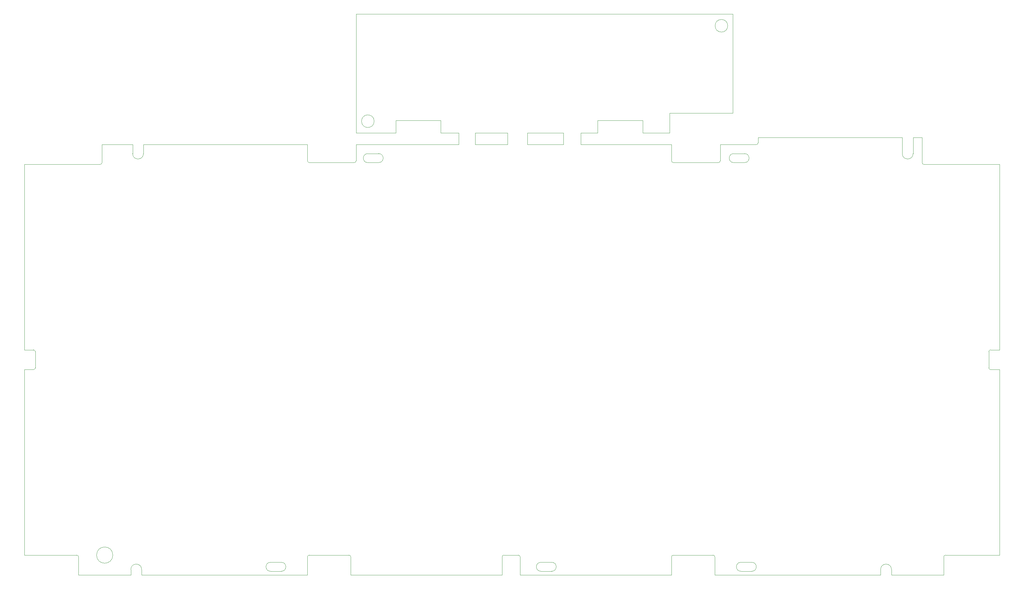
<source format=gbr>
%TF.GenerationSoftware,KiCad,Pcbnew,8.0.2*%
%TF.CreationDate,2024-05-05T23:04:00-07:00*%
%TF.ProjectId,g84_dropin,6738345f-6472-46f7-9069-6e2e6b696361,rev?*%
%TF.SameCoordinates,Original*%
%TF.FileFunction,Profile,NP*%
%FSLAX46Y46*%
G04 Gerber Fmt 4.6, Leading zero omitted, Abs format (unit mm)*
G04 Created by KiCad (PCBNEW 8.0.2) date 2024-05-05 23:04:00*
%MOMM*%
%LPD*%
G01*
G04 APERTURE LIST*
%TA.AperFunction,Profile*%
%ADD10C,0.050000*%
%TD*%
G04 APERTURE END LIST*
D10*
X305500000Y-205250000D02*
G75*
G02*
X306000000Y-204750000I500000J0D01*
G01*
X65000000Y-204750000D02*
G75*
G02*
X65500000Y-205250000I0J-500000D01*
G01*
X254000000Y-90250000D02*
G75*
G02*
X253500000Y-90750000I-500000J0D01*
G01*
X187500000Y-204750000D02*
G75*
G02*
X188000000Y-205250000I0J-500000D01*
G01*
X183000000Y-205250000D02*
G75*
G02*
X183500000Y-204750000I500000J0D01*
G01*
X241500000Y-204750000D02*
G75*
G02*
X242000000Y-205250000I0J-500000D01*
G01*
X230000000Y-205250000D02*
G75*
G02*
X230500000Y-204750000I500001J-1D01*
G01*
X242000000Y-205250000D02*
X242000000Y-210250000D01*
X230500000Y-204750000D02*
X241500000Y-204750000D01*
X230000000Y-210250000D02*
X230000000Y-205250000D01*
X140500000Y-204750000D02*
G75*
G02*
X141000000Y-205250000I0J-500000D01*
G01*
X129000000Y-205250000D02*
G75*
G02*
X129500000Y-204750000I500000J0D01*
G01*
X318500000Y-153250000D02*
G75*
G02*
X318000000Y-152750000I1J500001D01*
G01*
X318000000Y-148250000D02*
G75*
G02*
X318500000Y-147750000I500001J-1D01*
G01*
X318500000Y-153250000D02*
X321000000Y-153250000D01*
X318000000Y-152750000D02*
X318000000Y-148250000D01*
X318500000Y-147750000D02*
X321000000Y-147750000D01*
X53000000Y-147750000D02*
G75*
G02*
X53500000Y-148250000I0J-500000D01*
G01*
X243500000Y-95250000D02*
G75*
G02*
X243000000Y-95750000I-500001J1D01*
G01*
X230500000Y-95750000D02*
G75*
G02*
X230000000Y-95250000I1J500001D01*
G01*
X243500000Y-95250000D02*
X243500000Y-90750000D01*
X230000000Y-90750000D02*
X230000000Y-95250000D01*
X230500000Y-95750000D02*
X243000000Y-95750000D01*
X142500000Y-95250000D02*
G75*
G02*
X142000000Y-95750000I-500001J1D01*
G01*
X129500000Y-95750000D02*
G75*
G02*
X129000000Y-95250000I1J500001D01*
G01*
X72000000Y-95750000D02*
G75*
G02*
X71500000Y-96250000I-500001J1D01*
G01*
X300000000Y-96250000D02*
G75*
G02*
X299500000Y-95750000I0J500000D01*
G01*
X80000000Y-208750000D02*
G75*
G02*
X83000000Y-208750000I1500000J0D01*
G01*
X288000000Y-208750000D02*
G75*
G02*
X291000000Y-208750000I1500000J0D01*
G01*
X297000000Y-93250000D02*
G75*
G02*
X294000000Y-93250000I-1500000J0D01*
G01*
X249250000Y-209250000D02*
X252250000Y-209250000D01*
X249250000Y-206750000D02*
X252250000Y-206750000D01*
X252250000Y-206750000D02*
G75*
G02*
X252250000Y-209250000I0J-1250000D01*
G01*
X249250000Y-209250000D02*
G75*
G02*
X249250000Y-206750000I0J1250000D01*
G01*
X193750000Y-209250000D02*
X196750000Y-209250000D01*
X193750000Y-206750000D02*
X196750000Y-206750000D01*
X196750000Y-206750000D02*
G75*
G02*
X196750000Y-209250000I0J-1250000D01*
G01*
X193750000Y-209250000D02*
G75*
G02*
X193750000Y-206750000I0J1250000D01*
G01*
X118750000Y-209250000D02*
X121750000Y-209250000D01*
X118750000Y-206750000D02*
X121750000Y-206750000D01*
X121750000Y-206750000D02*
G75*
G02*
X121750000Y-209250000I0J-1250000D01*
G01*
X118750000Y-209250000D02*
G75*
G02*
X118750000Y-206750000I0J1250000D01*
G01*
X247250000Y-95750000D02*
X250250000Y-95750000D01*
X247250000Y-93250000D02*
X250250000Y-93250000D01*
X250250000Y-93250000D02*
G75*
G02*
X250250000Y-95750000I0J-1250000D01*
G01*
X247250000Y-95750000D02*
G75*
G02*
X247250000Y-93250000I0J1250000D01*
G01*
X145750000Y-95750000D02*
X148750000Y-95750000D01*
X145750000Y-93250000D02*
X148750000Y-93250000D01*
X148750000Y-93250000D02*
G75*
G02*
X148750000Y-95750000I0J-1250000D01*
G01*
X145750000Y-95750000D02*
G75*
G02*
X145750000Y-93250000I0J1250000D01*
G01*
X83500000Y-93250000D02*
G75*
G02*
X80500000Y-93250000I-1500000J0D01*
G01*
X147500000Y-84250000D02*
G75*
G02*
X144000000Y-84250000I-1750000J0D01*
G01*
X144000000Y-84250000D02*
G75*
G02*
X147500000Y-84250000I1750000J0D01*
G01*
X245580000Y-57750000D02*
G75*
G02*
X242080000Y-57750000I-1750000J0D01*
G01*
X242080000Y-57750000D02*
G75*
G02*
X245580000Y-57750000I1750000J0D01*
G01*
X80000000Y-210250000D02*
X80000000Y-208750000D01*
X247000000Y-54500000D02*
X142500000Y-54500000D01*
X200000000Y-87500000D02*
X200000000Y-90750000D01*
X190000000Y-90750000D02*
X200000000Y-90750000D01*
X183500000Y-204750000D02*
X187500000Y-204750000D01*
X299500000Y-88750000D02*
X299500000Y-95750000D01*
X204830000Y-87500000D02*
X209500000Y-87500000D01*
X142500000Y-87500000D02*
X153500000Y-87500000D01*
X53000000Y-153250000D02*
X50500000Y-153250000D01*
X242000000Y-210250000D02*
X288000000Y-210250000D01*
X254000000Y-88750000D02*
X294000000Y-88750000D01*
X80500000Y-90750000D02*
X80500000Y-93250000D01*
X50500000Y-153250000D02*
X50500000Y-204750000D01*
X65500000Y-210250000D02*
X80000000Y-210250000D01*
X129500000Y-95750000D02*
X142000000Y-95750000D01*
X65000000Y-204750000D02*
X50500000Y-204750000D01*
X247000000Y-82000000D02*
X247000000Y-54500000D01*
X129000000Y-210250000D02*
X129000000Y-205250000D01*
X166000000Y-84000000D02*
X166000000Y-87500000D01*
X300000000Y-96250000D02*
X321000000Y-96250000D01*
X321000000Y-147750000D02*
X321000000Y-96250000D01*
X50500000Y-96250000D02*
X71500000Y-96250000D01*
X72000000Y-90750000D02*
X80500000Y-90750000D01*
X129500000Y-204750000D02*
X140500000Y-204750000D01*
X129000000Y-90750000D02*
X129000000Y-95250000D01*
X83500000Y-93250000D02*
X83500000Y-90750000D01*
X171000000Y-90750000D02*
X142500000Y-90750000D01*
X83000000Y-210250000D02*
X129000000Y-210250000D01*
X83500000Y-90750000D02*
X129000000Y-90750000D01*
X141000000Y-205250000D02*
X141000000Y-210250000D01*
X83000000Y-208750000D02*
X83000000Y-210250000D01*
X297000000Y-88750000D02*
X299500000Y-88750000D01*
X297000000Y-93250000D02*
X297000000Y-88750000D01*
X243500000Y-90750000D02*
X253500000Y-90750000D01*
X175500000Y-90750000D02*
X184500000Y-90750000D01*
X305500000Y-205250000D02*
X305500000Y-210250000D01*
X188000000Y-210250000D02*
X230000000Y-210250000D01*
X175500000Y-87500000D02*
X184500000Y-87500000D01*
X291000000Y-208750000D02*
X291000000Y-210250000D01*
X294000000Y-88750000D02*
X294000000Y-93250000D01*
X171000000Y-87500000D02*
X171000000Y-90750000D01*
X142500000Y-95250000D02*
X142500000Y-90750000D01*
X153500000Y-87500000D02*
X153500000Y-84000000D01*
X171000000Y-87500000D02*
X166000000Y-87500000D01*
X72000000Y-95750000D02*
X72000000Y-90750000D01*
X53500000Y-148250000D02*
X53500000Y-152750000D01*
X184500000Y-87500000D02*
X184500000Y-90750000D01*
X229500000Y-82000000D02*
X247000000Y-82000000D01*
X288000000Y-210250000D02*
X288000000Y-208750000D01*
X183000000Y-210250000D02*
X183000000Y-205250000D01*
X190000000Y-87500000D02*
X200000000Y-87500000D01*
X204830000Y-87500000D02*
X204830000Y-90750000D01*
X229500000Y-87500000D02*
X229500000Y-82000000D01*
X141000000Y-210250000D02*
X183000000Y-210250000D01*
X75000000Y-204750000D02*
G75*
G02*
X70500000Y-204750000I-2250000J0D01*
G01*
X70500000Y-204750000D02*
G75*
G02*
X75000000Y-204750000I2250000J0D01*
G01*
X209500000Y-87500000D02*
X209500000Y-84000000D01*
X321000000Y-204750000D02*
X306000000Y-204750000D01*
X190000000Y-87500000D02*
X190000000Y-90750000D01*
X254000000Y-90250000D02*
X254000000Y-88750000D01*
X222000000Y-84000000D02*
X222000000Y-87500000D01*
X204830000Y-90750000D02*
X230000000Y-90750000D01*
X65500000Y-210250000D02*
X65500000Y-205250000D01*
X291000000Y-210250000D02*
X305500000Y-210250000D01*
X153500000Y-84000000D02*
X166000000Y-84000000D01*
X209500000Y-84000000D02*
X222000000Y-84000000D01*
X50500000Y-96250000D02*
X50500000Y-147750000D01*
X142500000Y-87500000D02*
X142500000Y-54500000D01*
X321000000Y-204750000D02*
X321000000Y-153250000D01*
X188000000Y-205250000D02*
X188000000Y-210250000D01*
X53000000Y-147750000D02*
X50500000Y-147750000D01*
X222000000Y-87500000D02*
X229500000Y-87500000D01*
X175500000Y-87500000D02*
X175500000Y-90750000D01*
X53500000Y-152750000D02*
G75*
G02*
X53000000Y-153250000I-500000J0D01*
G01*
M02*

</source>
